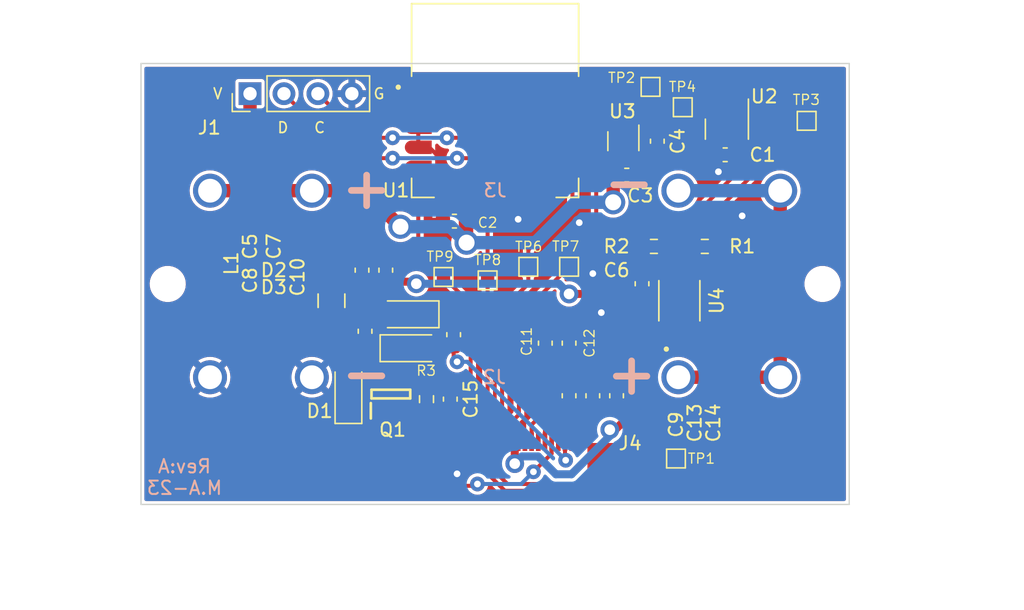
<source format=kicad_pcb>
(kicad_pcb (version 20211014) (generator pcbnew)
  (title_block (title "Weather station") (date "2022-11-20") (rev "A") (company "Markus Andersson"))
  (layers (0 "F.Cu" signal) (31 "B.Cu" signal) (34 "B.Paste" user) (35 "F.Paste" user) (36 "B.SilkS" user "B.Silkscreen") (37 "F.SilkS" user "F.Silkscreen") (38 "B.Mask" user) (39 "F.Mask" user) (44 "Edge.Cuts" user))
  (net 0 "")
  (net 1 "GND")
  (net 2 "+3V0")
  (net 3 "/VDDIO")
  (net 4 "/VGH")
  (net 5 "Net-(C14-Pad2)")
  (net 7 "Net-(J4-Pad2)")
  (net 9 "/Busy")
  (net 10 "/RST")
  (net 11 "/SCK")
  (net 12 "/SDO")
  (net 14 "/VGL")
  (net 15 "Net-(C12-Pad2)")
  (net 16 "Net-(C13-Pad2)")
  (net 17 "/CSB")
  (net 18 "Net-(J4-Pad3)")
  (net 21 "/SCL")
  (net 22 "/SDA")
  (net 23 "/SWCKL")
  (net 24 "/SWDIO")
  (net 27 "Net-(C8-Pad1)")
  (net 28 "Net-(C8-Pad2)")
  (net 29 "Net-(C15-Pad2)")
  (net 31 "Net-(U1-PadJ14)")
  (net 32 "/D{slash}C")
  (net 33 "Net-(C11-Pad2)")
  (net 34 "Net-(J3-Pad2)")
  (footprint "TestPoint:TestPoint_Pad_1.0x1.0mm" (layer "F.Cu") (at 148.336 99.314 90)
    (fp_text reference "TP6")
    (fp_text value "TestPoint")
  )
  (footprint "TestPoint:TestPoint_Pad_1.0x1.0mm" (layer "F.Cu") (at 159.893 87.376 -90)
    (fp_text reference "TP4")
    (fp_text value "TestPoint")
  )
  (footprint "TCA9536DGKR:SOP65P490X110-8N" (layer "F.Cu") (at 159.639 101.854 90)
    (fp_text reference "U4")
    (fp_text value "TCA9536DGKR")
  )
  (footprint "Capacitor_SMD:C_0603_1608Metric_Pad1.08x0.95mm_HandSolder" (layer "F.Cu") (at 153.162 108.966 -90)
    (fp_text reference "C13")
    (fp_text value "4u7")
  )
  (footprint "Package_LGA:Bosch_LGA-8_3x3mm_P0.8mm_ClockwisePinNumbering" (layer "F.Cu") (at 163.195 88.265)
    (fp_text reference "U2")
    (fp_text value "BME680")
  )
  (footprint "TestPoint:TestPoint_Pad_1.0x1.0mm" (layer "F.Cu") (at 169.164 88.392)
    (fp_text reference "TP3")
    (fp_text value "TestPoint")
  )
  (footprint "Capacitor_SMD:C_0603_1608Metric_Pad1.08x0.95mm_HandSolder" (layer "F.Cu") (at 154.94 108.966 -90)
    (fp_text reference "C14")
    (fp_text value "4u7")
  )
  (footprint "DA14531MOD-00F01002:XCVR_DA14531MOD-00F01002" (layer "F.Cu") (at 145.85 86.874)
    (fp_text reference "U1")
    (fp_text value "DA14531MOD-00F01002")
  )
  (footprint "Capacitor_SMD:C_0603_1608Metric_Pad1.08x0.95mm_HandSolder" (layer "F.Cu") (at 151.384 108.966 -90)
    (fp_text reference "C9")
    (fp_text value "4u7")
  )
  (footprint "Capacitor_SMD:C_0603_1608Metric_Pad1.08x0.95mm_HandSolder" (layer "F.Cu") (at 136.1186 104.14 90)
    (fp_text reference "C8")
    (fp_text value "4u7")
  )
  (footprint "Capacitor_SMD:C_0603_1608Metric_Pad1.08x0.95mm_HandSolder" (layer "F.Cu") (at 157.988 89.916 90)
    (fp_text reference "C4")
    (fp_text value "DNP")
  )
  (footprint "KiCad:SOT95P280X100-3N" (layer "F.Cu") (at 138.049 108.839 90)
    (fp_text reference "Q1")
    (fp_text value "RSR025N03FRATL" hide)
  )
  (footprint "Capacitor_SMD:C_0603_1608Metric_Pad1.08x0.95mm_HandSolder" (layer "F.Cu") (at 135.89 99.568 -90)
    (fp_text reference "C5")
    (fp_text value "4u7")
  )
  (footprint "TestPoint:TestPoint_Pad_1.0x1.0mm" (layer "F.Cu") (at 141.986 100.076)
    (fp_text reference "TP9")
    (fp_text value "TestPoint")
  )
  (footprint "Package_TO_SOT_SMD:SOT-363_SC-70-6" (layer "F.Cu") (at 155.448 89.916 -90)
    (fp_text reference "U3")
    (fp_text value "SiP32431DR3")
  )
  (footprint "Capacitor_SMD:C_0603_1608Metric_Pad1.08x0.95mm_HandSolder" (layer "F.Cu") (at 151.384 105.029 -90)
    (fp_text reference "C12")
    (fp_text value "4u7")
  )
  (footprint "Capacitor_SMD:C_0603_1608Metric_Pad1.08x0.95mm_HandSolder" (layer "F.Cu") (at 142.805 95.9 180)
    (fp_text reference "C2")
    (fp_text value "100n")
  )
  (footprint "MountingHole:MountingHole_2.2mm_M2_DIN965" (layer "F.Cu") (at 170.35 100.6)
    (fp_text reference "MH2" hide)
    (fp_text value "MountingHole_2.2mm_M2_DIN965")
  )
  (footprint "SFV24R-2STE1HLF:SFV24R-2STE1HLF" (layer "F.Cu") (at 140.1 112.4)
    (fp_text reference "J4")
    (fp_text value "SFV24R-2STE1HLF")
  )
  (footprint "Capacitor_SMD:C_0603_1608Metric_Pad1.08x0.95mm_HandSolder" (layer "F.Cu") (at 156.845 100.584 90)
    (fp_text reference "C6")
    (fp_text value "100n")
  )
  (footprint "Resistor_SMD:R_0603_1608Metric_Pad0.98x0.95mm_HandSolder" (layer "F.Cu") (at 140.716 109.22 90)
    (fp_text reference "R3")
    (fp_text value "0R47")
  )
  (footprint "Resistor_SMD:R_0603_1608Metric_Pad0.98x0.95mm_HandSolder" (layer "F.Cu") (at 157.734 97.79)
    (fp_text reference "R2")
    (fp_text value "4k7")
  )
  (footprint "Capacitor_SMD:C_0603_1608Metric_Pad1.08x0.95mm_HandSolder" (layer "F.Cu") (at 137.668 99.568 90)
    (fp_text reference "C7")
    (fp_text value "0u1")
  )
  (footprint "TestPoint:TestPoint_Pad_1.0x1.0mm" (layer "F.Cu") (at 157.48 85.852 90)
    (fp_text reference "TP2")
    (fp_text value "TestPoint")
  )
  (footprint "Capacitor_SMD:C_0603_1608Metric_Pad1.08x0.95mm_HandSolder" (layer "F.Cu") (at 163.068 90.932 180)
    (fp_text reference "C1")
    (fp_text value "100n")
  )
  (footprint "Capacitor_SMD:C_0603_1608Metric_Pad1.08x0.95mm_HandSolder" (layer "F.Cu") (at 142.748 104.394 -90)
    (fp_text reference "C10")
    (fp_text value "4u7")
  )
  (footprint "Diode_SMD:D_SOD-123F" (layer "F.Cu") (at 134.874 108.839 90)
    (fp_text reference "D1")
    (fp_text value "D_Schottky")
  )
  (footprint "Diode_SMD:D_SOD-123F" (layer "F.Cu") (at 139.446 102.87 180)
    (fp_text reference "D2")
    (fp_text value "D_Schottky")
  )
  (footprint "Capacitor_SMD:C_0603_1608Metric_Pad1.08x0.95mm_HandSolder" (layer "F.Cu") (at 155.702 92.456 180)
    (fp_text reference "C3")
    (fp_text value "100n")
  )
  (footprint "LB3218T100K:INDC3218X200N" (layer "F.Cu") (at 133.604 101.854 -90)
    (fp_text reference "L1")
    (fp_text value "LB3218T100K")
  )
  (footprint "TestPoint:TestPoint_Pad_1.0x1.0mm" (layer "F.Cu") (at 151.384 99.314 90)
    (fp_text reference "TP7")
    (fp_text value "TestPoint")
  )
  (footprint "Capacitor_SMD:C_0603_1608Metric_Pad1.08x0.95mm_HandSolder" (layer "F.Cu") (at 142.494 109.22 -90)
    (fp_text reference "C15")
    (fp_text value "4u7")
  )
  (footprint "Connector_PinHeader_2.54mm:PinHeader_1x04_P2.54mm_Vertical" (layer "F.Cu") (at 127.508 86.36 90)
    (fp_text reference "J1")
    (fp_text value "PROG")
  )
  (footprint "TestPoint:TestPoint_Pad_1.0x1.0mm" (layer "F.Cu") (at 145.288 100.33 90)
    (fp_text reference "TP8")
    (fp_text value "TestPoint")
  )
  (footprint "MountingHole:MountingHole_2.2mm_M2_DIN965" (layer "F.Cu") (at 121.3513 100.6)
    (fp_text reference "MH1" hide)
    (fp_text value "MountingHole_2.2mm_M2_DIN965")
  )
  (footprint "TestPoint:TestPoint_Pad_1.0x1.0mm" (layer "F.Cu") (at 159.385 113.665)
    (fp_text reference "TP1")
    (fp_text value "TestPoint")
  )
  (footprint "Capacitor_SMD:C_0603_1608Metric_Pad1.08x0.95mm_HandSolder" (layer "F.Cu") (at 149.606 105.029 -90)
    (fp_text reference "C11")
    (fp_text value "1u")
  )
  (footprint "Diode_SMD:D_SOD-123F" (layer "F.Cu") (at 139.446 105.41)
    (fp_text reference "D3")
    (fp_text value "D_Schottky")
  )
  (footprint "Resistor_SMD:R_0603_1608Metric_Pad0.98x0.95mm_HandSolder" (layer "F.Cu") (at 161.544 97.79 180)
    (fp_text reference "R1")
    (fp_text value "4k7")
  )
  (footprint "AAA_bat_connector:AA_battery_holder" (layer "B.Cu") (at 145.85 107.58 90)
    (fp_text reference "J2")
    (fp_text value "BK-82_connector")
  )
  (footprint "AAA_bat_connector:AA_battery_holder" (layer "B.Cu") (at 145.85 93.62 -90)
    (fp_text reference "J3")
    (fp_text value "BK-82_connector" hide)
  )
  (gr_line (start 172.35 117.1) (end 119.35 117.1) (layer "Edge.Cuts") (width 0.1))
  (gr_line (start 119.35 117.1) (end 119.35 84.1) (layer "Edge.Cuts") (width 0.1))
  (gr_line (start 172.35 84.1) (end 172.35 117.1) (layer "Edge.Cuts") (width 0.1))
  (gr_line (start 119.35 84.1) (end 172.35 84.1) (layer "Edge.Cuts") (width 0.1))
  (gr_text "+" (at 136.017 93.599 90) (layer "B.SilkS") (effects (font (size 3 3) (thickness 0.5)) (justify mirror)))
  (gr_text "-" (at 155.8798 93.3958 180) (layer "B.SilkS") (effects (font (size 3 3) (thickness 0.5)) (justify mirror)))
  (gr_text "\nRev:A\nM.A-23" (at 122.605 114.25) (layer "B.SilkS") (effects (font (size 1 1)) (justify mirror)))
  (gr_text "G" (at 137.16 86.36) (layer "F.SilkS") (effects (font (size 0.8 0.8) (thickness 0.125))))
  (gr_text "V" (at 125.095 86.36) (layer "F.SilkS") (effects (font (size 0.8 0.8) (thickness 0.125))))
  (gr_text "C" (at 132.715 88.9) (layer "F.SilkS") (effects (font (size 0.8 0.8) (thickness 0.125))))
  (gr_text "D" (at 129.97 88.9) (layer "F.SilkS") (effects (font (size 0.8 0.8) (thickness 0.125))))
  (segment (start 140.1 87.374) (end 137.67 87.374) (width 0.3) (layer "F.Cu") (net 1))
  (segment (start 140.1 85.874) (end 141.202 85.874) (width 0.3) (layer "F.Cu") (net 1))
  (segment (start 140.1 88.874) (end 140.1 87.374) (width 0.3) (layer "F.Cu") (net 1))
  (segment (start 140.1 90.374) (end 140.1 88.874) (width 0.3) (layer "F.Cu") (net 1))
  (segment (start 162.795 89.4525) (end 162.795 89.7965) (width 0.3) (layer "F.Cu") (net 1))
  (segment (start 141.224 85.852) (end 141.202 85.874) (width 0.3) (layer "F.Cu") (net 1))
  (segment (start 163.83 90.932) (end 162.56 92.202) (width 0.3) (layer "F.Cu") (net 1))
  (segment (start 139.42 88.874) (end 138.684 88.138) (width 0.3) (layer "F.Cu") (net 1))
  (segment (start 149.6 93.624) (end 149.6 94.748) (width 0.3) (layer "F.Cu") (net 1))
  (segment (start 140.92 90.374) (end 142.1 91.554) (width 0.3) (layer "F.Cu") (net 1))
  (segment (start 142.1 93.624) (end 142.1 95.7425) (width 0.3) (layer "F.Cu") (net 1))
  (segment (start 149.6 93.624) (end 149.6 91.7) (width 0.3) (layer "F.Cu") (net 1))
  (segment (start 140.1 90.374) (end 140.92 90.374) (width 0.3) (layer "F.Cu") (net 1))
  (segment (start 140.1 88.874) (end 139.42 88.874) (width 0.3) (layer "F.Cu") (net 1))
  (segment (start 140.1 87.374) (end 140.1 85.874) (width 0.3) (layer "F.Cu") (net 1))
  (segment (start 162.795 89.7965) (end 163.9305 90.932) (width 0.3) (layer "F.Cu") (net 1))
  (segment (start 142.1 91.554) (end 142.1 93.624) (width 0.3) (layer "F.Cu") (net 1))
  (segment (start 163.9305 90.932) (end 163.83 90.932) (width 0.3) (layer "F.Cu") (net 1))
  (segment (start 142.1 95.7425) (end 141.9425 95.9) (width 0.3) (layer "F.Cu") (net 1))
  (via (at 147.574 95.758) (size 1.1) (drill 0.5) (layers "F.Cu" "B.Cu") (net 1))
  (via (at 143.002 114.808) (size 1.1) (drill 0.5) (layers "F.Cu" "B.Cu") (net 1))
  (via (at 153.797 102.743) (size 1.1) (drill 0.5) (layers "F.Cu" "B.Cu") (net 1))
  (via (at 162.56 92.202) (size 1.1) (drill 0.5) (layers "F.Cu" "B.Cu") (net 1))
  (via (at 164.338 95.504) (size 1.1) (drill 0.5) (layers "F.Cu" "B.Cu") (net 1))
  (via (at 153.162 99.822) (size 1.1) (drill 0.5) (layers "F.Cu" "B.Cu") (net 1))
  (via (at 152.146 96.012) (size 1.1) (drill 0.5) (layers "F.Cu" "B.Cu") (net 1))
  (segment (start 127.36 93.62) (end 124.515 93.62) (width 1) (layer "F.Cu") (net 2))
  (segment (start 154.686 94.488) (end 154.686 92.6095) (width 1) (layer "F.Cu") (net 2))
  (segment (start 132.135 93.62) (end 136.0634 93.62) (width 1) (layer "F.Cu") (net 2))
  (segment (start 136.0634 93.62) (end 138.7602 96.3168) (width 1) (layer "F.Cu") (net 2))
  (segment (start 143.6675 93.6915) (end 143.6 93.624) (width 1) (layer "F.Cu") (net 2))
  (segment (start 143.7132 95.9457) (end 143.6675 95.9) (width 1) (layer "F.Cu") (net 2))
  (segment (start 132.135 93.62) (end 127.36 93.62) (width 1) (layer "F.Cu") (net 2))
  (segment (start 143.6675 95.9) (end 143.6675 93.6915) (width 1) (layer "F.Cu") (net 2))
  (segment (start 143.7132 97.5106) (end 143.7132 95.9457) (width 1) (layer "F.Cu") (net 2))
  (segment (start 154.548489 92.164989) (end 154.548489 90.866) (width 1) (layer "F.Cu") (net 2))
  (segment (start 154.8395 92.456) (end 154.548489 92.164989) (width 1) (layer "F.Cu") (net 2))
  (segment (start 127.508 93.472) (end 127.36 93.62) (width 1) (layer "F.Cu") (net 2))
  (segment (start 127.508 86.36) (end 127.508 93.472) (width 1) (layer "F.Cu") (net 2))
  (segment (start 154.686 92.6095) (end 154.8395 92.456) (width 1) (layer "F.Cu") (net 2))
  (via (at 143.7132 97.5106) (size 1.8) (drill 1.2) (layers "F.Cu" "B.Cu") (net 2))
  (via (at 138.7602 96.3168) (size 1.8) (drill 1.2) (layers "F.Cu" "B.Cu") (net 2))
  (via (at 154.686 94.488) (size 1.8) (drill 1.2) (layers "F.Cu" "B.Cu") (net 2))
  (segment (start 138.7602 96.3168) (end 142.5194 96.3168) (width 1) (layer "B.Cu") (net 2))
  (segment (start 142.5194 96.3168) (end 143.7132 97.5106) (width 1) (layer "B.Cu") (net 2))
  (segment (start 148.880324 97.5106) (end 143.7132 97.5106) (width 1) (layer "B.Cu") (net 2))
  (segment (start 154.686 94.488) (end 151.902924 94.488) (width 1) (layer "B.Cu") (net 2))
  (segment (start 151.902924 94.488) (end 148.880324 97.5106) (width 1) (layer "B.Cu") (net 2))
  (segment (start 161.995 90.7215) (end 162.2055 90.932) (width 0.6) (layer "F.Cu") (net 3))
  (segment (start 137.668 100.4305) (end 139.8005 100.4305) (width 0.6) (layer "F.Cu") (net 3))
  (segment (start 162.4565 97.79) (end 162.4565 99.9255) (width 0.6) (layer "F.Cu") (net 3))
  (segment (start 156.8215 99.698) (end 156.845 99.7215) (width 0.6) (layer "F.Cu") (net 3))
  (segment (start 157.8345 100.6845) (end 158.242 101.092) (width 0.6) (layer "F.Cu") (net 3))
  (segment (start 135.89 100.4305) (end 137.668 100.4305) (width 0.6) (layer "F.Cu") (net 3))
  (segment (start 147.32 114.046) (end 147.32 112.522) (width 0.6) (layer "F.Cu") (net 3))
  (segment (start 161.941704 89.0535) (end 161.995 89.106796) (width 0.6) (layer "F.Cu") (net 3))
  (segment (start 156.845 99.7215) (end 155.87048 100.69602) (width 0.6) (layer "F.Cu") (net 3))
  (segment (start 161.995 89.4525) (end 161.995 89.106796) (width 0.6) (layer "F.Cu") (net 3))
  (segment (start 147.442 112.4) (end 147.58 112.4) (width 0.3) (layer "F.Cu") (net 3))
  (segment (start 157.988 89.0535) (end 156.1855 89.0535) (width 0.6) (layer "F.Cu") (net 3))
  (segment (start 158.242 101.092) (end 161.29 101.092) (width 0.6) (layer "F.Cu") (net 3))
  (segment (start 157.734 92.71) (end 157.734 96.8775) (width 0.6) (layer "F.Cu") (net 3))
  (segment (start 162.795 88.373) (end 162.795 87.115) (width 0.6) (layer "F.Cu") (net 3))
  (segment (start 157.734 96.8775) (end 156.8215 97.79) (width 0.6) (layer "F.Cu") (net 3))
  (segment (start 161.995 89.106796) (end 162.455796 88.646) (width 0.6) (layer "F.Cu") (net 3))
  (segment (start 162.2055 90.932) (end 159.512 90.932) (width 0.6) (layer "F.Cu") (net 3))
  (segment (start 157.988 89.0535) (end 161.941704 89.0535) (width 0.6) (layer "F.Cu") (net 3))
  (segment (start 147.08 112.4) (end 147.442 112.4) (width 0.3) (layer "F.Cu") (net 3))
  (segment (start 151.384 101.346) (end 155.702 101.346) (width 0.6) (layer "F.Cu") (net 3))
  (segment (start 156.21 110.138303) (end 156.21 103.886) (width 0.6) (layer "F.Cu") (net 3))
  (segment (start 157.8345 99.7215) (end 158.57448 99.7215) (width 0.6) (layer "F.Cu") (net 3))
  (segment (start 155.87048 100.69602) (end 155.87048 101.17752) (width 0.6) (layer "F.Cu") (net 3))
  (segment (start 162.4565 99.9255) (end 161.29 101.092) (width 0.6) (layer "F.Cu") (net 3))
  (segment (start 156.845 99.7215) (end 157.8345 99.7215) (width 0.6) (layer "F.Cu") (net 3))
  (segment (start 158.57448 99.7215) (end 158.57448 99.704) (width 0.6) (layer "F.Cu") (net 3))
  (segment (start 154.432 111.506) (end 154.842303 111.506) (width 0.6) (layer "F.Cu") (net 3))
  (segment (start 159.512 90.932) (end 157.734 92.71) (width 0.6) (layer "F.Cu") (net 3))
  (segment (start 163.068 88.646) (end 162.795 88.373) (width 0.6) (layer "F.Cu") (net 3))
  (segment (start 163.595 89.106796) (end 163.595 89.4525) (width 0.6) (layer "F.Cu") (net 3))
  (segment (start 156.21 103.886) (end 155.87048 103.54648) (width 0.6) (layer "F.Cu") (net 3))
  (segment (start 154.842303 111.506) (end 156.21 110.138303) (width 0.6) (layer "F.Cu") (net 3))
  (segment (start 156.1855 89.0535) (end 156.147511 89.015511) (width 0.6) (layer "F.Cu") (net 3))
  (segment (start 155.702 101.346) (end 155.87048 101.17752) (width 0.6) (layer "F.Cu") (net 3))
  (segment (start 139.8005 100.4305) (end 139.954 100.584) (width 0.6) (layer "F.Cu") (net 3))
  (segment (start 163.068 88.646) (end 163.134204 88.646) (width 0.6) (layer "F.Cu") (net 3))
  (segment (start 161.995 89.4525) (end 161.995 90.7215) (width 0.6) (layer "F.Cu") (net 3))
  (segment (start 156.147511 89.015511) (end 156.147511 88.966) (width 0.6) (layer "F.Cu") (net 3))
  (segment (start 157.8345 99.7215) (end 157.8345 100.6845) (width 0.6) (layer "F.Cu") (net 3))
  (segment (start 156.8215 97.79) (end 156.8215 99.698) (width 0.6) (layer "F.Cu") (net 3))
  (segment (start 155.87048 103.54648) (end 155.87048 101.17752) (width 0.6) (layer "F.Cu") (net 3))
  (segment (start 163.134204 88.646) (end 163.595 89.106796) (width 0.6) (layer "F.Cu") (net 3))
  (segment (start 133.604 100.414) (end 135.8735 100.414) (width 0.6) (layer "F.Cu") (net 3))
  (segment (start 147.32 112.522) (end 147.442 112.4) (width 0.6) (layer "F.Cu") (net 3))
  (segment (start 162.455796 88.646) (end 163.068 88.646) (width 0.6) (layer "F.Cu") (net 3))
  (segment (start 135.8735 100.414) (end 135.89 100.4305) (width 0.6) (layer "F.Cu") (net 3))
  (via (at 147.32 114.046) (size 1.4) (drill 0.8) (layers "F.Cu" "B.Cu") (net 3))
  (via (at 139.954 100.584) (size 1.4) (drill 0.8) (layers "F.Cu" "B.Cu") (net 3))
  (via (at 151.384 101.346) (size 1.4) (drill 0.8) (layers "F.Cu" "B.Cu") (net 3))
  (via (at 154.432 111.506) (size 1.4) (drill 0.8) (layers "F.Cu" "B.Cu") (net 3))
  (segment (start 150.401511 114.841511) (end 149.064489 113.504489) (width 0.6) (layer "B.Cu") (net 3))
  (segment (start 154.432 111.506) (end 154.432 111.974234) (width 0.6) (layer "B.Cu") (net 3))
  (segment (start 149.064489 113.504489) (end 147.861511 113.504489) (width 0.6) (layer "B.Cu") (net 3))
  (segment (start 147.861511 113.504489) (end 147.32 114.046) (width 0.6) (layer "B.Cu") (net 3))
  (segment (start 151.564723 114.841511) (end 150.401511 114.841511) (width 0.6) (layer "B.Cu") (net 3))
  (segment (start 154.432 111.974234) (end 151.564723 114.841511) (width 0.6) (layer "B.Cu") (net 3))
  (segment (start 150.622 100.584) (end 151.384 101.346) (width 0.6) (layer "B.Cu") (net 3))
  (segment (start 139.954 100.584) (end 150.622 100.584) (width 0.6) (layer "B.Cu") (net 3))
  (segment (start 151.384 109.8285) (end 150.08 111.1325) (width 0.3) (layer "F.Cu") (net 4))
  (segment (start 150.08 113.2926) (end 148.717 114.6556) (width 0.3) (layer "F.Cu") (net 4))
  (segment (start 150.08 112.4) (end 150.08 113.2926) (width 0.3) (layer "F.Cu") (net 4))
  (segment (start 144.388489 115.707511) (end 144.526 115.57) (width 0.3) (layer "F.Cu") (net 4))
  (segment (start 137.308489 115.707511) (end 144.388489 115.707511) (width 0.3) (layer "F.Cu") (net 4))
  (segment (start 134.874 113.273022) (end 137.308489 115.707511) (width 0.3) (layer "F.Cu") (net 4))
  (segment (start 150.08 111.1325) (end 150.08 112.4) (width 0.3) (layer "F.Cu") (net 4))
  (segment (start 134.874 110.239) (end 134.874 113.273022) (width 0.3) (layer "F.Cu") (net 4))
  (via (at 144.526 115.57) (size 1.1) (drill 0.5) (layers "F.Cu" "B.Cu") (net 4))
  (via (at 148.717 114.6556) (size 1.1) (drill 0.5) (layers "F.Cu" "B.Cu") (net 4))
  (segment (start 144.526 115.57) (end 147.8026 115.57) (width 0.3) (layer "B.Cu") (net 4))
  (segment (start 147.8026 115.57) (end 148.717 114.6556) (width 0.3) (layer "B.Cu") (net 4))
  (segment (start 151.958171 112.4) (end 151.58 112.4) (width 0.3) (layer "F.Cu") (net 5))
  (segment (start 154.529671 109.8285) (end 151.958171 112.4) (width 0.3) (layer "F.Cu") (net 5))
  (segment (start 154.94 109.8285) (end 154.529671 109.8285) (width 0.3) (layer "F.Cu") (net 5))
  (segment (start 138.023511 111.013511) (end 140.096511 111.013511) (width 0.3) (layer "F.Cu") (net 7))
  (segment (start 137.099 110.089) (end 138.023511 111.013511) (width 0.3) (layer "F.Cu") (net 7))
  (segment (start 140.58 111.497) (end 140.58 112.4) (width 0.3) (layer "F.Cu") (net 7))
  (segment (start 140.096511 111.013511) (end 140.58 111.497) (width 0.3) (layer "F.Cu") (net 7))
  (segment (start 159.314 105.1) (end 159.314 104.004) (width 0.3) (layer "F.Cu") (net 9))
  (segment (start 157.734 114.554) (end 157.734 106.68) (width 0.3) (layer "F.Cu") (net 9))
  (segment (start 144.78 114.3) (end 144.79955 114.3) (width 0.3) (layer "F.Cu") (net 9))
  (segment (start 144.08 112.4) (end 144.08 113.580449) (width 0.3) (layer "F.Cu") (net 9))
  (segment (start 156.21 116.078) (end 157.734 114.554) (width 0.3) (layer "F.Cu") (net 9))
  (segment (start 157.734 106.68) (end 159.314 105.1) (width 0.3) (layer "F.Cu") (net 9))
  (segment (start 144.08 113.580449) (end 144.78 114.280449) (width 0.3) (layer "F.Cu") (net 9))
  (segment (start 144.79955 114.3) (end 146.57755 116.078) (width 0.3) (layer "F.Cu") (net 9))
  (segment (start 146.57755 116.078) (end 156.21 116.078) (width 0.3) (layer "F.Cu") (net 9))
  (segment (start 144.78 114.280449) (end 144.78 114.3) (width 0.3) (layer "F.Cu") (net 9))
  (segment (start 157.23448 105.95552) (end 157.23448 106.20552) (width 0.3) (layer "F.Cu") (net 10))
  (segment (start 158.664 104.526) (end 157.23448 105.95552) (width 0.3) (layer "F.Cu") (net 10))
  (segment (start 158.664 104.004) (end 158.664 104.526) (width 0.3) (layer "F.Cu") (net 10))
  (segment (start 144.58 113.374022) (end 146.775978 115.57) (width 0.3) (layer "F.Cu") (net 10))
  (segment (start 155.194 115.57) (end 157.23448 113.52952) (width 0.3) (layer "F.Cu") (net 10))
  (segment (start 146.775978 115.57) (end 155.194 115.57) (width 0.3) (layer "F.Cu") (net 10))
  (segment (start 144.58 112.4) (end 144.58 113.374022) (width 0.3) (layer "F.Cu") (net 10))
  (segment (start 157.23448 113.52952) (end 157.23448 106.20552) (width 0.3) (layer "F.Cu") (net 10))
  (segment (start 146.08 111.02) (end 146.372 110.728) (width 0.3) (layer "F.Cu") (net 11))
  (segment (start 146.372 102.548) (end 148.336 100.584) (width 0.3) (layer "F.Cu") (net 11))
  (segment (start 148.336 98.044) (end 151.638 94.742) (width 0.3) (layer "F.Cu") (net 11))
  (segment (start 146.372 110.728) (end 146.372 102.548) (width 0.3) (layer "F.Cu") (net 11))
  (segment (start 146.08 112.384) (end 146.08 111.02) (width 0.3) (layer "F.Cu") (net 11))
  (segment (start 148.336 100.584) (end 148.336 98.044) (width 0.3) (layer "F.Cu") (net 11))
  (segment (start 151.638 91.912) (end 151.6 91.874) (width 0.3) (layer "F.Cu") (net 11))
  (segment (start 151.638 94.742) (end 151.638 91.912) (width 0.3) (layer "F.Cu") (net 11))
  (segment (start 146.58 112.4) (end 146.58 111.425978) (width 0.3) (layer "F.Cu") (net 12))
  (segment (start 151.6 90.374) (end 153.112 90.374) (width 0.3) (layer "F.Cu") (net 12))
  (segment (start 153.112 90.374) (end 153.416 90.678) (width 0.3) (layer "F.Cu") (net 12))
  (segment (start 147.63 103.068) (end 147.63 110.375978) (width 0.3) (layer "F.Cu") (net 12))
  (segment (start 153.416 97.282) (end 147.63 103.068) (width 0.3) (layer "F.Cu") (net 12))
  (segment (start 153.416 90.678) (end 153.416 97.282) (width 0.3) (layer "F.Cu") (net 12))
  (segment (start 146.58 111.425978) (end 147.63 110.375978) (width 0.3) (layer "F.Cu") (net 12))
  (segment (start 142.748 106.172) (end 143.002 106.426) (width 0.3) (layer "F.Cu") (net 14))
  (segment (start 151.08 113.742) (end 151.13 113.792) (width 0.3) (layer "F.Cu") (net 14))
  (segment (start 151.08 112.4) (end 151.08 113.742) (width 0.3) (layer "F.Cu") (net 14))
  (segment (start 140.846 105.41) (end 142.5945 105.41) (width 0.3) (layer "F.Cu") (net 14))
  (segment (start 142.748 105.2565) (end 142.748 106.172) (width 0.3) (layer "F.Cu") (net 14))
  (segment (start 142.5945 105.41) (end 142.748 105.2565) (width 0.3) (layer "F.Cu") (net 14))
  (via (at 151.13 113.792) (size 1.1) (drill 0.5) (layers "F.Cu" "B.Cu") (net 14))
  (via (at 143.002 106.426) (size 1.1) (drill 0.5) (layers "F.Cu" "B.Cu") (net 14))
  (segment (start 143.764 106.426) (end 143.002 106.426) (width 0.3) (layer "B.Cu") (net 14))
  (segment (start 151.13 113.792) (end 143.764 106.426) (width 0.3) (layer "B.Cu") (net 14))
  (segment (start 149.58 112.4) (end 149.58 107.6955) (width 0.3) (layer "F.Cu") (net 15))
  (segment (start 149.58 107.6955) (end 151.384 105.8915) (width 0.3) (layer "F.Cu") (net 15))
  (segment (start 153.162 109.855) (end 151.892 111.125) (width 0.3) (layer "F.Cu") (net 16))
  (segment (start 151.892 111.125) (end 150.876 111.125) (width 0.3) (layer "F.Cu") (net 16))
  (segment (start 150.58 111.421) (end 150.58 112.4) (width 0.3) (layer "F.Cu") (net 16))
  (segment (start 153.162 109.8285) (end 153.162 109.855) (width 0.3) (layer "F.Cu") (net 16))
  (segment (start 150.876 111.125) (end 150.58 111.421) (width 0.3) (layer "F.Cu") (net 16))
  (segment (start 145.1 93.624) (end 145.288 93.812) (width 0.3) (layer "F.Cu") (net 17))
  (segment (start 145.288 110.744) (end 145.58 111.036) (width 0.3) (layer "F.Cu") (net 17))
  (segment (start 145.288 93.812) (end 145.288 110.744) (width 0.3) (layer "F.Cu") (net 17))
  (segment (start 145.58 111.036) (end 145.58 112.4) (width 0.3) (layer "F.Cu") (net 17))
  (segment (start 140.716 110.1325) (end 141.08 110.4965) (width 0.3) (layer "F.Cu") (net 18))
  (segment (start 141.08 110.4965) (end 141.08 112.4) (width 0.3) (layer "F.Cu") (net 18))
  (segment (start 140.6725 110.089) (end 140.716 110.1325) (width 0.3) (layer "F.Cu") (net 18))
  (segment (start 138.999 110.089) (end 140.6725 110.089) (width 0.3) (layer "F.Cu") (net 18))
  (segment (start 160.6315 97.79) (end 160.6315 96.9245) (width 0.3) (layer "F.Cu") (net 21))
  (segment (start 164.5475 87.0775) (end 164.395 87.0775) (width 0.3) (layer "F.Cu") (net 21))
  (segment (start 163.852 85.874) (end 164.395 86.417) (width 0.3) (layer "F.Cu") (net 21))
  (segment (start 166.116 88.646) (end 164.5475 87.0775) (width 0.3) (layer "F.Cu") (net 21))
  (segment (start 151.6 85.874) (end 163.852 85.874) (width 0.3) (layer "F.Cu") (net 21))
  (segment (start 166.116 91.44) (end 166.116 88.646) (width 0.3) (layer "F.Cu") (net 21))
  (segment (start 164.395 86.417) (end 164.395 87.0775) (width 0.3) (layer "F.Cu") (net 21))
  (segment (start 159.964 98.4575) (end 159.964 99.704) (width 0.3) (layer "F.Cu") (net 21))
  (segment (start 160.6315 96.9245) (end 166.116 91.44) (width 0.3) (layer "F.Cu") (net 21))
  (segment (start 160.6315 97.79) (end 159.964 98.4575) (width 0.3) (layer "F.Cu") (net 21))
  (segment (start 158.6465 97.79) (end 158.6465 97.5887) (width 0.3) (layer "F.Cu") (net 22))
  (segment (start 161.673448 86.46548) (end 163.17348 86.46548) (width 0.3) (layer "F.Cu") (net 22))
  (segment (start 165.354 88.970072) (end 165.354 90.876171) (width 0.3) (layer "F.Cu") (net 22))
  (segment (start 159.202171 97.028) (end 159.202171 97.033029) (width 0.3) (layer "F.Cu") (net 22))
  (segment (start 151.6 87.374) (end 160.764928 87.374) (width 0.3) (layer "F.Cu") (net 22))
  (segment (start 165.354 90.876171) (end 159.202171 97.028) (width 0.3) (layer "F.Cu") (net 22))
  (segment (start 159.314 98.4575) (end 159.314 99.704) (width 0.3) (layer "F.Cu") (net 22))
  (segment (start 158.6465 97.79) (end 159.314 98.4575) (width 0.3) (layer "F.Cu") (net 22))
  (segment (start 163.595 86.887) (end 163.595 87.0775) (width 0.3) (layer "F.Cu") (net 22))
  (segment (start 163.595 87.211072) (end 165.354 88.970072) (width 0.3) (layer "F.Cu") (net 22))
  (segment (start 158.6465 97.5887) (end 159.202171 97.033029) (width 0.3) (layer "F.Cu") (net 22))
  (segment (start 163.595 87.0775) (end 163.595 87.211072) (width 0.3) (layer "F.Cu") (net 22))
  (segment (start 160.764928 87.374) (end 161.673448 86.46548) (width 0.3) (layer "F.Cu") (net 22))
  (segment (start 163.17348 86.46548) (end 163.595 86.887) (width 0.3) (layer "F.Cu") (net 22))
  (segment (start 135.89 89.662) (end 138.176 89.662) (width 0.3) (layer "F.Cu") (net 23))
  (segment (start 148.1 93.624) (end 148.1 91.966) (width 0.3) (layer "F.Cu") (net 23))
  (segment (start 132.588 86.36) (end 135.89 89.662) (width 0.3) (layer "F.Cu") (net 23))
  (segment (start 145.796 89.662) (end 142.24 89.662) (width 0.3) (layer "F.Cu") (net 23))
  (segment (start 148.1 91.966) (end 145.796 89.662) (width 0.3) (layer "F.Cu") (net 23))
  (via (at 138.176 89.662) (size 1.1) (drill 0.5) (layers "F.Cu" "B.Cu") (net 23))
  (via (at 142.24 89.662) (size 1.1) (drill 0.5) (layers "F.Cu" "B.Cu") (net 23))
  (segment (start 138.176 89.662) (end 142.24 89.662) (width 0.3) (layer "B.Cu") (net 23))
  (segment (start 130.048 86.36) (end 134.874 91.186) (width 0.3) (layer "F.Cu") (net 24))
  (segment (start 145.796 91.186) (end 146.6 91.99) (width 0.3) (layer "F.Cu") (net 24))
  (segment (start 143.002 91.186) (end 145.796 91.186) (width 0.3) (layer "F.Cu") (net 24))
  (segment (start 134.874 91.186) (end 138.176 91.186) (width 0.3) (layer "F.Cu") (net 24))
  (segment (start 146.6 91.99) (end 146.6 93.624) (width 0.3) (layer "F.Cu") (net 24))
  (via (at 143.002 91.186) (size 1.1) (drill 0.5) (layers "F.Cu" "B.Cu") (net 24))
  (via (at 138.176 91.186) (size 1.1) (drill 0.5) (layers "F.Cu" "B.Cu") (net 24))
  (segment (start 138.176 91.186) (end 143.002 91.186) (width 0.3) (layer "B.Cu") (net 24))
  (segment (start 136.1186 105.0025) (end 137.6385 105.0025) (width 0.3) (layer "F.Cu") (net 27))
  (segment (start 137.6385 105.0025) (end 138.046 105.41) (width 0.3) (layer "F.Cu") (net 27))
  (segment (start 138.046 105.41) (end 138.046 102.87) (width 0.3) (layer "F.Cu") (net 27))
  (segment (start 134.874 107.439) (end 137.899 107.439) (width 0.3) (layer "F.Cu") (net 28))
  (segment (start 133.604 103.294) (end 136.1021 103.294) (width 0.3) (layer "F.Cu") (net 28))
  (segment (start 137.772 107.439) (end 137.922 107.589) (width 0.3) (layer "F.Cu") (net 28))
  (segment (start 133.604 106.169) (end 134.874 107.439) (width 0.3) (layer "F.Cu") (net 28))
  (segment (start 133.604 103.294) (end 133.604 106.169) (width 0.3) (layer "F.Cu") (net 28))
  (segment (start 136.1021 103.294) (end 136.1186 103.2775) (width 0.3) (layer "F.Cu") (net 28))
  (segment (start 137.899 107.439) (end 138.049 107.589) (width 0.3) (layer "F.Cu") (net 28))
  (segment (start 142.08 110.4965) (end 142.494 110.0825) (width 0.3) (layer "F.Cu") (net 29))
  (segment (start 142.08 112.4) (end 142.08 110.4965) (width 0.3) (layer "F.Cu") (net 29))
  (segment (start 151.6 88.874) (end 151.692 88.966) (width 0.3) (layer "F.Cu") (net 31))
  (segment (start 151.692 88.966) (end 154.798 88.966) (width 0.3) (layer "F.Cu") (net 31))
  (segment (start 144.018 102.108) (end 144.018 110.49) (width 0.3) (layer "F.Cu") (net 32))
  (segment (start 141.986 100.076) (end 144.018 102.108) (width 0.3) (layer "F.Cu") (net 32))
  (segment (start 140.1 98.19) (end 141.986 100.076) (width 0.3) (layer "F.Cu") (net 32))
  (segment (start 145.08 111.552) (end 145.08 112.4) (width 0.3) (layer "F.Cu") (net 32))
  (segment (start 140.1 91.874) (end 140.1 98.19) (width 0.3) (layer "F.Cu") (net 32))
  (segment (start 144.018 110.49) (end 145.08 111.552) (width 0.3) (layer "F.Cu") (net 32))
  (segment (start 149.606 105.8915) (end 148.971 106.5265) (width 0.3) (layer "F.Cu") (net 33))
  (segment (start 148.971 106.5265) (end 148.971 110.744) (width 0.3) (layer "F.Cu") (net 33))
  (segment (start 148.971 110.744) (end 148.58 111.135) (width 0.3) (layer "F.Cu") (net 33))
  (segment (start 148.58 111.135) (end 148.58 112.4) (width 0.3) (layer "F.Cu") (net 33))
  (segment (start 167.185 107.58) (end 167.185 93.62) (width 1) (layer "F.Cu") (net 34))
  (segment (start 159.565 107.58) (end 167.185 107.58) (width 1) (layer "F.Cu") (net 34))
  (segment (start 159.565 93.62) (end 167.185 93.62) (width 1) (layer "B.Cu") (net 34))
  (zone (net 1) (net_name "GND") (layers F&B.Cu) (connect_pads (clearance 0.254)) (min_thickness 0.254) (fill yes (thermal_gap 0.254) (thermal_bridge_width 0.508))
    (polygon (pts (xy 139.6 84.025) (xy 139.6 84.75) (xy 152.1 84.75) (xy 152.1 84.025) (xy 172.425 84.025) (xy 172.475 117.225) (xy 119.225 117.225) (xy 119.25 84)))
  )
)
</source>
